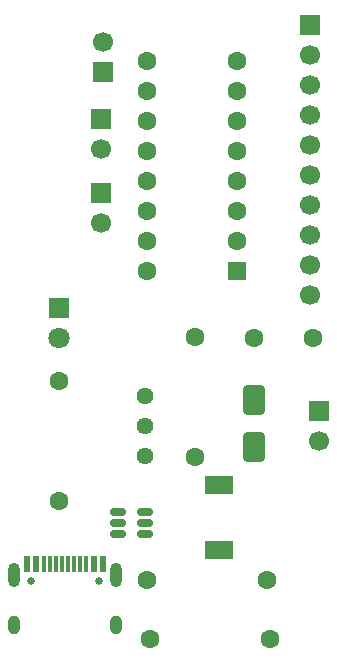
<source format=gbr>
%TF.GenerationSoftware,KiCad,Pcbnew,9.0.7*%
%TF.CreationDate,2026-02-13T16:28:25+02:00*%
%TF.ProjectId,second,7365636f-6e64-42e6-9b69-6361645f7063,rev?*%
%TF.SameCoordinates,Original*%
%TF.FileFunction,Soldermask,Top*%
%TF.FilePolarity,Negative*%
%FSLAX46Y46*%
G04 Gerber Fmt 4.6, Leading zero omitted, Abs format (unit mm)*
G04 Created by KiCad (PCBNEW 9.0.7) date 2026-02-13 16:28:25*
%MOMM*%
%LPD*%
G01*
G04 APERTURE LIST*
G04 Aperture macros list*
%AMRoundRect*
0 Rectangle with rounded corners*
0 $1 Rounding radius*
0 $2 $3 $4 $5 $6 $7 $8 $9 X,Y pos of 4 corners*
0 Add a 4 corners polygon primitive as box body*
4,1,4,$2,$3,$4,$5,$6,$7,$8,$9,$2,$3,0*
0 Add four circle primitives for the rounded corners*
1,1,$1+$1,$2,$3*
1,1,$1+$1,$4,$5*
1,1,$1+$1,$6,$7*
1,1,$1+$1,$8,$9*
0 Add four rect primitives between the rounded corners*
20,1,$1+$1,$2,$3,$4,$5,0*
20,1,$1+$1,$4,$5,$6,$7,0*
20,1,$1+$1,$6,$7,$8,$9,0*
20,1,$1+$1,$8,$9,$2,$3,0*%
G04 Aperture macros list end*
%ADD10R,1.700000X1.700000*%
%ADD11C,1.700000*%
%ADD12RoundRect,0.150000X0.512500X0.150000X-0.512500X0.150000X-0.512500X-0.150000X0.512500X-0.150000X0*%
%ADD13R,2.400000X1.500000*%
%ADD14C,1.600000*%
%ADD15RoundRect,0.250000X-0.650000X1.000000X-0.650000X-1.000000X0.650000X-1.000000X0.650000X1.000000X0*%
%ADD16C,0.650000*%
%ADD17R,0.600000X1.450000*%
%ADD18R,0.300000X1.450000*%
%ADD19O,1.000000X2.100000*%
%ADD20O,1.000000X1.600000*%
%ADD21C,1.440000*%
%ADD22R,1.800000X1.800000*%
%ADD23C,1.800000*%
%ADD24RoundRect,0.250000X0.550000X0.550000X-0.550000X0.550000X-0.550000X-0.550000X0.550000X-0.550000X0*%
G04 APERTURE END LIST*
D10*
%TO.C,J1*%
X113000000Y-124460000D03*
D11*
X113000000Y-127000000D03*
%TD*%
D12*
%TO.C,U2*%
X98250000Y-134900000D03*
X98250000Y-133950000D03*
X98250000Y-133000000D03*
X95975000Y-133000000D03*
X95975000Y-133950000D03*
X95975000Y-134900000D03*
%TD*%
D10*
%TO.C,J2*%
X94725000Y-95750000D03*
D11*
X94725000Y-93210000D03*
%TD*%
D13*
%TO.C,L2*%
X104500000Y-136250000D03*
X104500000Y-130750000D03*
%TD*%
D14*
%TO.C,Rcc1*%
X98670000Y-143750000D03*
X108830000Y-143750000D03*
%TD*%
%TO.C,R2*%
X91000000Y-121920000D03*
X91000000Y-132080000D03*
%TD*%
D15*
%TO.C,D1*%
X107500000Y-123500000D03*
X107500000Y-127500000D03*
%TD*%
D14*
%TO.C,C1*%
X107500000Y-118250000D03*
X112500000Y-118250000D03*
%TD*%
D10*
%TO.C,J3*%
X94525000Y-99750000D03*
D11*
X94525000Y-102290000D03*
%TD*%
D14*
%TO.C,R1*%
X102500000Y-128330000D03*
X102500000Y-118170000D03*
%TD*%
D16*
%TO.C,J6*%
X88610000Y-138900000D03*
X94390000Y-138900000D03*
D17*
X88250000Y-137455000D03*
X89050000Y-137455000D03*
D18*
X90250000Y-137455000D03*
X91250000Y-137455000D03*
X91750000Y-137455000D03*
X92750000Y-137455000D03*
D17*
X93950000Y-137455000D03*
X94750000Y-137455000D03*
X94750000Y-137455000D03*
X93950000Y-137455000D03*
D18*
X93250000Y-137455000D03*
X92250000Y-137455000D03*
X90750000Y-137455000D03*
X89750000Y-137455000D03*
D17*
X89050000Y-137455000D03*
X88250000Y-137455000D03*
D19*
X87180000Y-138370000D03*
D20*
X87180000Y-142550000D03*
D19*
X95820000Y-138370000D03*
D20*
X95820000Y-142550000D03*
%TD*%
D21*
%TO.C,RV1*%
X98245000Y-123210000D03*
X98245000Y-125750000D03*
X98245000Y-128290000D03*
%TD*%
D22*
%TO.C,D2*%
X91000000Y-115725000D03*
D23*
X91000000Y-118265000D03*
%TD*%
D14*
%TO.C,Rcc2*%
X98420000Y-138750000D03*
X108580000Y-138750000D03*
%TD*%
D10*
%TO.C,J5*%
X112250000Y-91820000D03*
D11*
X112250000Y-94360000D03*
X112250000Y-96900000D03*
X112250000Y-99440000D03*
X112250000Y-101980000D03*
X112250000Y-104520000D03*
X112250000Y-107060000D03*
X112250000Y-109600000D03*
X112250000Y-112140000D03*
X112250000Y-114680000D03*
%TD*%
D24*
%TO.C,U1*%
X106055000Y-112640000D03*
D14*
X106055000Y-110100000D03*
X106055000Y-107560000D03*
X106055000Y-105020000D03*
X106055000Y-102480000D03*
X106055000Y-99940000D03*
X106055000Y-97400000D03*
X106055000Y-94860000D03*
X98435000Y-94860000D03*
X98435000Y-97400000D03*
X98435000Y-99940000D03*
X98435000Y-102480000D03*
X98435000Y-105020000D03*
X98435000Y-107560000D03*
X98435000Y-110100000D03*
X98435000Y-112640000D03*
%TD*%
D10*
%TO.C,J4*%
X94525000Y-106000000D03*
D11*
X94525000Y-108540000D03*
%TD*%
M02*

</source>
